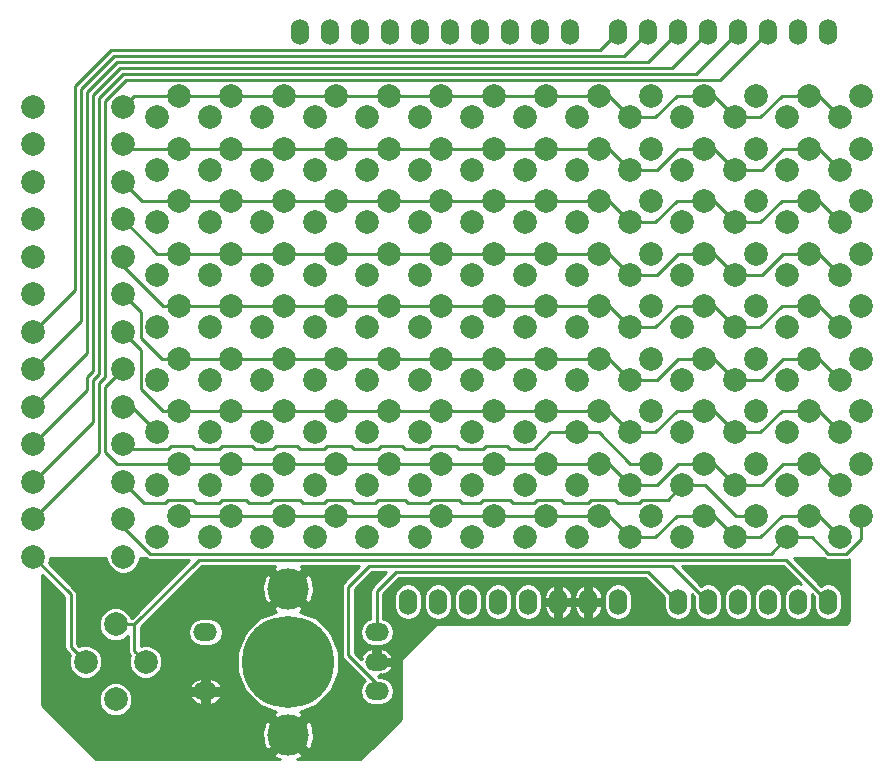
<source format=gbr>
G04 #@! TF.FileFunction,Copper,L1,Top,Signal*
%FSLAX46Y46*%
G04 Gerber Fmt 4.6, Leading zero omitted, Abs format (unit mm)*
G04 Created by KiCad (PCBNEW 4.0.7) date 06/07/18 15:13:04*
%MOMM*%
%LPD*%
G01*
G04 APERTURE LIST*
%ADD10C,0.100000*%
%ADD11C,1.998980*%
%ADD12O,1.524000X2.199640*%
%ADD13O,1.524000X2.197100*%
%ADD14O,1.998980X1.501140*%
%ADD15C,3.500120*%
%ADD16C,7.800000*%
%ADD17C,0.620000*%
%ADD18C,2.000000*%
%ADD19C,0.250000*%
G04 APERTURE END LIST*
D10*
D11*
X124088026Y-122291974D03*
X122291974Y-124088026D03*
X124088026Y-86731974D03*
X122291974Y-88528026D03*
X128533026Y-86731974D03*
X126736974Y-88528026D03*
X132978026Y-86731974D03*
X131181974Y-88528026D03*
X137423026Y-86731974D03*
X135626974Y-88528026D03*
X141868026Y-86731974D03*
X140071974Y-88528026D03*
X146313026Y-86731974D03*
X144516974Y-88528026D03*
X150758026Y-86731974D03*
X148961974Y-88528026D03*
X155203026Y-86731974D03*
X153406974Y-88528026D03*
X159648026Y-86731974D03*
X157851974Y-88528026D03*
X164093026Y-86731974D03*
X162296974Y-88528026D03*
X168538026Y-86731974D03*
X166741974Y-88528026D03*
X172983026Y-86731974D03*
X171186974Y-88528026D03*
X177428026Y-86731974D03*
X175631974Y-88528026D03*
X181873026Y-86731974D03*
X180076974Y-88528026D03*
X124088026Y-91176974D03*
X122291974Y-92973026D03*
X128533026Y-91176974D03*
X126736974Y-92973026D03*
X132978026Y-91176974D03*
X131181974Y-92973026D03*
X137423026Y-91176974D03*
X135626974Y-92973026D03*
X141868026Y-91176974D03*
X140071974Y-92973026D03*
X146313026Y-91176974D03*
X144516974Y-92973026D03*
X150758026Y-91176974D03*
X148961974Y-92973026D03*
X155203026Y-91176974D03*
X153406974Y-92973026D03*
X159648026Y-91176974D03*
X157851974Y-92973026D03*
X164093026Y-91176974D03*
X162296974Y-92973026D03*
X168538026Y-91176974D03*
X166741974Y-92973026D03*
X172983026Y-91176974D03*
X171186974Y-92973026D03*
X177428026Y-91176974D03*
X175631974Y-92973026D03*
X181873026Y-91176974D03*
X180076974Y-92973026D03*
X124088026Y-95621974D03*
X122291974Y-97418026D03*
X128533026Y-95621974D03*
X126736974Y-97418026D03*
X132978026Y-95621974D03*
X131181974Y-97418026D03*
X137423026Y-95621974D03*
X135626974Y-97418026D03*
X141868026Y-95621974D03*
X140071974Y-97418026D03*
X146313026Y-95621974D03*
X144516974Y-97418026D03*
X150758026Y-95621974D03*
X148961974Y-97418026D03*
X155203026Y-95621974D03*
X153406974Y-97418026D03*
X159648026Y-95621974D03*
X157851974Y-97418026D03*
X164093026Y-95621974D03*
X162296974Y-97418026D03*
X168538026Y-95621974D03*
X166741974Y-97418026D03*
X172983026Y-95621974D03*
X171186974Y-97418026D03*
X177428026Y-95621974D03*
X175631974Y-97418026D03*
X181873026Y-95621974D03*
X180076974Y-97418026D03*
X124088026Y-100066974D03*
X122291974Y-101863026D03*
X128533026Y-100066974D03*
X126736974Y-101863026D03*
X132978026Y-100066974D03*
X131181974Y-101863026D03*
X137423026Y-100066974D03*
X135626974Y-101863026D03*
X141868026Y-100066974D03*
X140071974Y-101863026D03*
X146313026Y-100066974D03*
X144516974Y-101863026D03*
X150758026Y-100066974D03*
X148961974Y-101863026D03*
X155203026Y-100066974D03*
X153406974Y-101863026D03*
X159648026Y-100066974D03*
X157851974Y-101863026D03*
X164093026Y-100066974D03*
X162296974Y-101863026D03*
X168538026Y-100066974D03*
X166741974Y-101863026D03*
X172983026Y-100066974D03*
X171186974Y-101863026D03*
X177428026Y-100066974D03*
X175631974Y-101863026D03*
X181873026Y-100066974D03*
X180076974Y-101863026D03*
X124088026Y-104511974D03*
X122291974Y-106308026D03*
X128533026Y-104511974D03*
X126736974Y-106308026D03*
X132978026Y-104511974D03*
X131181974Y-106308026D03*
X137423026Y-104511974D03*
X135626974Y-106308026D03*
X141868026Y-104511974D03*
X140071974Y-106308026D03*
X146313026Y-104511974D03*
X144516974Y-106308026D03*
X150758026Y-104511974D03*
X148961974Y-106308026D03*
X155203026Y-104511974D03*
X153406974Y-106308026D03*
X159648026Y-104511974D03*
X157851974Y-106308026D03*
X164093026Y-104511974D03*
X162296974Y-106308026D03*
X168538026Y-104511974D03*
X166741974Y-106308026D03*
X172983026Y-104511974D03*
X171186974Y-106308026D03*
X177428026Y-104511974D03*
X175631974Y-106308026D03*
X181873026Y-104511974D03*
X180076974Y-106308026D03*
X124088026Y-108956974D03*
X122291974Y-110753026D03*
X128533026Y-108956974D03*
X126736974Y-110753026D03*
X132978026Y-108956974D03*
X131181974Y-110753026D03*
X137423026Y-108956974D03*
X135626974Y-110753026D03*
X141868026Y-108956974D03*
X140071974Y-110753026D03*
X146313026Y-108956974D03*
X144516974Y-110753026D03*
X150758026Y-108956974D03*
X148961974Y-110753026D03*
X155203026Y-108956974D03*
X153406974Y-110753026D03*
X159648026Y-108956974D03*
X157851974Y-110753026D03*
X164093026Y-108956974D03*
X162296974Y-110753026D03*
X168538026Y-108956974D03*
X166741974Y-110753026D03*
X172983026Y-108956974D03*
X171186974Y-110753026D03*
X177428026Y-108956974D03*
X175631974Y-110753026D03*
X181873026Y-108956974D03*
X180076974Y-110753026D03*
X124088026Y-113401974D03*
X122291974Y-115198026D03*
X128533026Y-113401974D03*
X126736974Y-115198026D03*
X132978026Y-113401974D03*
X131181974Y-115198026D03*
X137423026Y-113401974D03*
X135626974Y-115198026D03*
X141868026Y-113401974D03*
X140071974Y-115198026D03*
X146313026Y-113401974D03*
X144516974Y-115198026D03*
X150758026Y-113401974D03*
X148961974Y-115198026D03*
X155203026Y-113401974D03*
X153406974Y-115198026D03*
X159648026Y-113401974D03*
X157851974Y-115198026D03*
X164093026Y-113401974D03*
X162296974Y-115198026D03*
X168538026Y-113401974D03*
X166741974Y-115198026D03*
X172983026Y-113401974D03*
X171186974Y-115198026D03*
X177428026Y-113401974D03*
X175631974Y-115198026D03*
X181873026Y-113401974D03*
X180076974Y-115198026D03*
X124088026Y-117846974D03*
X122291974Y-119643026D03*
X128533026Y-117846974D03*
X126736974Y-119643026D03*
X132978026Y-117846974D03*
X131181974Y-119643026D03*
X137423026Y-117846974D03*
X135626974Y-119643026D03*
X141868026Y-117846974D03*
X140071974Y-119643026D03*
X146313026Y-117846974D03*
X144516974Y-119643026D03*
X150758026Y-117846974D03*
X148961974Y-119643026D03*
X155203026Y-117846974D03*
X153406974Y-119643026D03*
X159648026Y-117846974D03*
X157851974Y-119643026D03*
X164093026Y-117846974D03*
X162296974Y-119643026D03*
X168538026Y-117846974D03*
X166741974Y-119643026D03*
X172983026Y-117846974D03*
X171186974Y-119643026D03*
X177428026Y-117846974D03*
X175631974Y-119643026D03*
X181873026Y-117846974D03*
X180076974Y-119643026D03*
X128533026Y-122291974D03*
X126736974Y-124088026D03*
X132978026Y-122291974D03*
X131181974Y-124088026D03*
X137423026Y-122291974D03*
X135626974Y-124088026D03*
X141868026Y-122291974D03*
X140071974Y-124088026D03*
X146313026Y-122291974D03*
X144516974Y-124088026D03*
X150758026Y-122291974D03*
X148961974Y-124088026D03*
X155203026Y-122291974D03*
X153406974Y-124088026D03*
X159648026Y-122291974D03*
X157851974Y-124088026D03*
X164093026Y-122291974D03*
X162296974Y-124088026D03*
X168538026Y-122291974D03*
X166741974Y-124088026D03*
X172983026Y-122291974D03*
X171186974Y-124088026D03*
X177428026Y-122291974D03*
X175631974Y-124088026D03*
X181873026Y-122291974D03*
X180076974Y-124088026D03*
X119380000Y-125730000D03*
X111760000Y-125730000D03*
X111760000Y-103505000D03*
X119380000Y-103505000D03*
X111760000Y-100330000D03*
X119380000Y-100330000D03*
X111760000Y-97155000D03*
X119380000Y-97155000D03*
X111760000Y-93980000D03*
X119380000Y-93980000D03*
X111760000Y-90805000D03*
X119380000Y-90805000D03*
X111760000Y-87630000D03*
X119380000Y-87630000D03*
X111760000Y-122555000D03*
X119380000Y-122555000D03*
X111760000Y-119380000D03*
X119380000Y-119380000D03*
X111760000Y-116205000D03*
X119380000Y-116205000D03*
X111760000Y-113030000D03*
X119380000Y-113030000D03*
X111760000Y-109855000D03*
X119380000Y-109855000D03*
X111760000Y-106680000D03*
X119380000Y-106680000D03*
D12*
X143510000Y-129540000D03*
X146050000Y-129540000D03*
X148590000Y-129540000D03*
X151130000Y-129540000D03*
X153670000Y-129540000D03*
X156210000Y-129540000D03*
X158750000Y-129540000D03*
X161290000Y-129540000D03*
X166370000Y-129540000D03*
X168910000Y-129540000D03*
X171450000Y-129540000D03*
X173990000Y-129540000D03*
X176530000Y-129540000D03*
X179070000Y-129540000D03*
D13*
X179070000Y-81280000D03*
X176530000Y-81280000D03*
X173990000Y-81280000D03*
X171450000Y-81280000D03*
X168910000Y-81280000D03*
X166370000Y-81280000D03*
X163830000Y-81280000D03*
X161290000Y-81280000D03*
X157226000Y-81280000D03*
X154686000Y-81280000D03*
X152146000Y-81280000D03*
X149606000Y-81280000D03*
X147066000Y-81280000D03*
X144526000Y-81280000D03*
X141986000Y-81280000D03*
X139448540Y-81280000D03*
X136906000Y-81280000D03*
X134366000Y-81280000D03*
D14*
X140850620Y-137119360D03*
X140850620Y-134620000D03*
X140850620Y-132120640D03*
D15*
X133350000Y-140820140D03*
X133350000Y-128419860D03*
D14*
X126349760Y-137119360D03*
X126349760Y-132120640D03*
D16*
X133350000Y-134620000D03*
D17*
X112776000Y-127889000D03*
X113411000Y-126111000D03*
X117221000Y-142621000D03*
X139192000Y-142748000D03*
X127381000Y-126746000D03*
X124333000Y-126238000D03*
X138811000Y-126746000D03*
X141097000Y-127254000D03*
X180594000Y-126365000D03*
X180467000Y-131064000D03*
X174752000Y-126746000D03*
X176784000Y-126111000D03*
X168021000Y-127381000D03*
X169672000Y-126746000D03*
D18*
X118745000Y-131445000D03*
X118745000Y-137795000D03*
X116205000Y-134620000D03*
X121285000Y-134620000D03*
D19*
X111760000Y-125730000D02*
X114935000Y-128905000D01*
X114935000Y-133350000D02*
X116205000Y-134620000D01*
X114935000Y-132715000D02*
X114935000Y-133350000D01*
X114935000Y-128905000D02*
X114935000Y-132715000D01*
X121285000Y-134620000D02*
X120335040Y-133670040D01*
X120335040Y-133670040D02*
X120335040Y-131445000D01*
X125796040Y-125984000D02*
X120335040Y-131445000D01*
X179070000Y-129540000D02*
X175514000Y-125984000D01*
X125796040Y-125984000D02*
X139954000Y-125984000D01*
X139954000Y-125984000D02*
X175514000Y-125984000D01*
X120335040Y-131445000D02*
X118745000Y-131445000D01*
X119380000Y-87630000D02*
X120278026Y-86731974D01*
X120278026Y-86731974D02*
X124088026Y-86731974D01*
X171186974Y-88528026D02*
X173345974Y-88528026D01*
X175142026Y-86731974D02*
X177428026Y-86731974D01*
X173345974Y-88528026D02*
X175142026Y-86731974D01*
X162296974Y-88528026D02*
X164455974Y-88528026D01*
X166252026Y-86731974D02*
X168538026Y-86731974D01*
X164455974Y-88528026D02*
X166252026Y-86731974D01*
X177428026Y-86731974D02*
X178280922Y-86731974D01*
X178280922Y-86731974D02*
X180076974Y-88528026D01*
X168538026Y-86731974D02*
X169390922Y-86731974D01*
X169390922Y-86731974D02*
X171186974Y-88528026D01*
X159648026Y-86731974D02*
X160500922Y-86731974D01*
X160500922Y-86731974D02*
X162296974Y-88528026D01*
X124088026Y-86731974D02*
X128533026Y-86731974D01*
X128533026Y-86731974D02*
X132978026Y-86731974D01*
X132978026Y-86731974D02*
X137423026Y-86731974D01*
X137423026Y-86731974D02*
X141868026Y-86731974D01*
X141868026Y-86731974D02*
X146313026Y-86731974D01*
X146313026Y-86731974D02*
X150758026Y-86731974D01*
X150758026Y-86731974D02*
X155203026Y-86731974D01*
X155203026Y-86731974D02*
X159648026Y-86731974D01*
X128533026Y-122291974D02*
X132978026Y-122291974D01*
X119380000Y-113030000D02*
X120123948Y-113030000D01*
X120123948Y-113030000D02*
X122291974Y-115198026D01*
X171186974Y-124088026D02*
X173345974Y-124088026D01*
X175142026Y-122291974D02*
X177428026Y-122291974D01*
X173345974Y-124088026D02*
X175142026Y-122291974D01*
X162296974Y-124088026D02*
X164455974Y-124088026D01*
X166252026Y-122291974D02*
X168538026Y-122291974D01*
X164455974Y-124088026D02*
X166252026Y-122291974D01*
X122183026Y-119643026D02*
X122291974Y-119643026D01*
X160500922Y-122291974D02*
X162296974Y-124088026D01*
X177428026Y-122291974D02*
X178280922Y-122291974D01*
X178280922Y-122291974D02*
X180076974Y-124088026D01*
X168538026Y-122291974D02*
X169390922Y-122291974D01*
X169390922Y-122291974D02*
X171186974Y-124088026D01*
X159648026Y-122291974D02*
X160500922Y-122291974D01*
X155203026Y-122291974D02*
X159648026Y-122291974D01*
X122291974Y-119643026D02*
X122291974Y-120495922D01*
X124088026Y-122291974D02*
X132978026Y-122291974D01*
X132978026Y-122291974D02*
X137423026Y-122291974D01*
X137423026Y-122291974D02*
X141868026Y-122291974D01*
X141868026Y-122291974D02*
X146313026Y-122291974D01*
X146313026Y-122291974D02*
X150758026Y-122291974D01*
X150758026Y-122291974D02*
X155203026Y-122291974D01*
X119380000Y-109855000D02*
X117856000Y-111379000D01*
X118862974Y-117846974D02*
X124088026Y-117846974D01*
X117856000Y-116840000D02*
X118862974Y-117846974D01*
X117856000Y-111379000D02*
X117856000Y-116840000D01*
X171186974Y-119643026D02*
X173472974Y-119643026D01*
X175269026Y-117846974D02*
X177428026Y-117846974D01*
X173472974Y-119643026D02*
X175269026Y-117846974D01*
X162296974Y-119643026D02*
X164582974Y-119643026D01*
X166379026Y-117846974D02*
X168538026Y-117846974D01*
X164582974Y-119643026D02*
X166379026Y-117846974D01*
X177428026Y-117846974D02*
X178280922Y-117846974D01*
X178280922Y-117846974D02*
X180076974Y-119643026D01*
X168538026Y-117846974D02*
X169390922Y-117846974D01*
X169390922Y-117846974D02*
X171186974Y-119643026D01*
X159648026Y-117846974D02*
X160500922Y-117846974D01*
X160500922Y-117846974D02*
X162296974Y-119643026D01*
X132978026Y-117846974D02*
X137423026Y-117846974D01*
X137423026Y-117846974D02*
X141868026Y-117846974D01*
X141868026Y-117846974D02*
X146313026Y-117846974D01*
X146313026Y-117846974D02*
X150758026Y-117846974D01*
X150758026Y-117846974D02*
X155203026Y-117846974D01*
X155203026Y-117846974D02*
X159648026Y-117846974D01*
X124088026Y-117846974D02*
X128533026Y-117846974D01*
X128533026Y-117846974D02*
X132978026Y-117846974D01*
X119380000Y-106680000D02*
X120904000Y-108204000D01*
X122799974Y-113401974D02*
X124088026Y-113401974D01*
X120904000Y-111506000D02*
X122799974Y-113401974D01*
X120904000Y-108204000D02*
X120904000Y-111506000D01*
X171186974Y-115198026D02*
X173345974Y-115198026D01*
X175142026Y-113401974D02*
X177428026Y-113401974D01*
X173345974Y-115198026D02*
X175142026Y-113401974D01*
X162296974Y-115198026D02*
X164455974Y-115198026D01*
X166252026Y-113401974D02*
X168538026Y-113401974D01*
X164455974Y-115198026D02*
X166252026Y-113401974D01*
X177428026Y-113401974D02*
X178280922Y-113401974D01*
X178280922Y-113401974D02*
X180076974Y-115198026D01*
X168538026Y-113401974D02*
X169390922Y-113401974D01*
X169390922Y-113401974D02*
X171186974Y-115198026D01*
X159648026Y-113401974D02*
X160500922Y-113401974D01*
X160500922Y-113401974D02*
X162296974Y-115198026D01*
X137423026Y-113401974D02*
X141868026Y-113401974D01*
X141868026Y-113401974D02*
X146313026Y-113401974D01*
X146313026Y-113401974D02*
X150758026Y-113401974D01*
X150758026Y-113401974D02*
X155203026Y-113401974D01*
X155203026Y-113401974D02*
X159648026Y-113401974D01*
X124088026Y-113401974D02*
X128533026Y-113401974D01*
X128533026Y-113401974D02*
X132978026Y-113401974D01*
X132978026Y-113401974D02*
X137423026Y-113401974D01*
X122672974Y-108956974D02*
X124088026Y-108956974D01*
X120904000Y-107188000D02*
X122672974Y-108956974D01*
X120904000Y-105029000D02*
X120904000Y-107188000D01*
X119380000Y-103505000D02*
X120904000Y-105029000D01*
X171186974Y-110753026D02*
X173472974Y-110753026D01*
X175269026Y-108956974D02*
X177428026Y-108956974D01*
X173472974Y-110753026D02*
X175269026Y-108956974D01*
X162296974Y-110753026D02*
X164582974Y-110753026D01*
X166379026Y-108956974D02*
X168538026Y-108956974D01*
X164582974Y-110753026D02*
X166379026Y-108956974D01*
X177428026Y-108956974D02*
X178280922Y-108956974D01*
X178280922Y-108956974D02*
X180076974Y-110753026D01*
X168538026Y-108956974D02*
X169390922Y-108956974D01*
X169390922Y-108956974D02*
X171186974Y-110753026D01*
X159648026Y-108956974D02*
X160500922Y-108956974D01*
X160500922Y-108956974D02*
X162296974Y-110753026D01*
X124088026Y-108956974D02*
X128533026Y-108956974D01*
X128533026Y-108956974D02*
X132978026Y-108956974D01*
X132978026Y-108956974D02*
X137423026Y-108956974D01*
X137423026Y-108956974D02*
X141868026Y-108956974D01*
X141868026Y-108956974D02*
X146313026Y-108956974D01*
X146313026Y-108956974D02*
X150758026Y-108956974D01*
X150758026Y-108956974D02*
X155203026Y-108956974D01*
X155203026Y-108956974D02*
X159648026Y-108956974D01*
X119380000Y-100330000D02*
X119380000Y-101092000D01*
X119380000Y-101092000D02*
X122799974Y-104511974D01*
X122799974Y-104511974D02*
X124088026Y-104511974D01*
X171186974Y-106308026D02*
X173345974Y-106308026D01*
X175142026Y-104511974D02*
X177428026Y-104511974D01*
X173345974Y-106308026D02*
X175142026Y-104511974D01*
X162296974Y-106308026D02*
X164455974Y-106308026D01*
X166252026Y-104511974D02*
X168538026Y-104511974D01*
X164455974Y-106308026D02*
X166252026Y-104511974D01*
X177428026Y-104511974D02*
X178280922Y-104511974D01*
X178280922Y-104511974D02*
X180076974Y-106308026D01*
X168538026Y-104511974D02*
X169390922Y-104511974D01*
X169390922Y-104511974D02*
X171186974Y-106308026D01*
X159648026Y-104511974D02*
X160500922Y-104511974D01*
X160500922Y-104511974D02*
X162296974Y-106308026D01*
X155203026Y-104511974D02*
X159648026Y-104511974D01*
X150758026Y-104511974D02*
X155203026Y-104511974D01*
X146313026Y-104511974D02*
X150758026Y-104511974D01*
X141868026Y-104511974D02*
X146313026Y-104511974D01*
X137423026Y-104511974D02*
X141868026Y-104511974D01*
X132978026Y-104511974D02*
X137423026Y-104511974D01*
X124088026Y-104511974D02*
X128533026Y-104511974D01*
X128533026Y-104511974D02*
X132978026Y-104511974D01*
X119380000Y-97155000D02*
X122291974Y-100066974D01*
X122291974Y-100066974D02*
X124088026Y-100066974D01*
X171186974Y-101863026D02*
X173472974Y-101863026D01*
X175269026Y-100066974D02*
X177428026Y-100066974D01*
X173472974Y-101863026D02*
X175269026Y-100066974D01*
X162296974Y-101863026D02*
X164582974Y-101863026D01*
X166379026Y-100066974D02*
X168538026Y-100066974D01*
X164582974Y-101863026D02*
X166379026Y-100066974D01*
X177428026Y-100066974D02*
X178280922Y-100066974D01*
X178280922Y-100066974D02*
X180076974Y-101863026D01*
X168538026Y-100066974D02*
X169390922Y-100066974D01*
X169390922Y-100066974D02*
X171186974Y-101863026D01*
X159648026Y-100066974D02*
X160500922Y-100066974D01*
X160500922Y-100066974D02*
X162296974Y-101863026D01*
X155203026Y-100066974D02*
X159648026Y-100066974D01*
X150758026Y-100066974D02*
X155203026Y-100066974D01*
X146313026Y-100066974D02*
X150758026Y-100066974D01*
X141868026Y-100066974D02*
X146313026Y-100066974D01*
X132978026Y-100066974D02*
X137423026Y-100066974D01*
X137423026Y-100066974D02*
X141868026Y-100066974D01*
X128533026Y-100066974D02*
X132978026Y-100066974D01*
X124088026Y-100066974D02*
X128533026Y-100066974D01*
X119380000Y-93980000D02*
X121021974Y-95621974D01*
X121021974Y-95621974D02*
X124088026Y-95621974D01*
X171186974Y-97418026D02*
X173345974Y-97418026D01*
X175142026Y-95621974D02*
X177428026Y-95621974D01*
X173345974Y-97418026D02*
X175142026Y-95621974D01*
X162296974Y-97418026D02*
X164455974Y-97418026D01*
X166252026Y-95621974D02*
X168538026Y-95621974D01*
X164455974Y-97418026D02*
X166252026Y-95621974D01*
X177428026Y-95621974D02*
X178280922Y-95621974D01*
X178280922Y-95621974D02*
X180076974Y-97418026D01*
X168538026Y-95621974D02*
X169390922Y-95621974D01*
X169390922Y-95621974D02*
X171186974Y-97418026D01*
X159648026Y-95621974D02*
X160500922Y-95621974D01*
X160500922Y-95621974D02*
X162296974Y-97418026D01*
X155203026Y-95621974D02*
X159648026Y-95621974D01*
X150758026Y-95621974D02*
X155203026Y-95621974D01*
X146313026Y-95621974D02*
X150758026Y-95621974D01*
X141868026Y-95621974D02*
X146313026Y-95621974D01*
X137423026Y-95621974D02*
X141868026Y-95621974D01*
X132978026Y-95621974D02*
X137423026Y-95621974D01*
X124088026Y-95621974D02*
X128533026Y-95621974D01*
X128533026Y-95621974D02*
X132978026Y-95621974D01*
X119380000Y-90805000D02*
X119751974Y-91176974D01*
X119751974Y-91176974D02*
X124088026Y-91176974D01*
X171186974Y-92973026D02*
X173472974Y-92973026D01*
X175269026Y-91176974D02*
X177428026Y-91176974D01*
X173472974Y-92973026D02*
X175269026Y-91176974D01*
X162296974Y-92973026D02*
X164582974Y-92973026D01*
X166379026Y-91176974D02*
X168538026Y-91176974D01*
X164582974Y-92973026D02*
X166379026Y-91176974D01*
X177428026Y-91176974D02*
X178280922Y-91176974D01*
X178280922Y-91176974D02*
X180076974Y-92973026D01*
X168538026Y-91176974D02*
X169390922Y-91176974D01*
X169390922Y-91176974D02*
X171186974Y-92973026D01*
X159648026Y-91176974D02*
X160500922Y-91176974D01*
X160500922Y-91176974D02*
X162296974Y-92973026D01*
X155203026Y-91176974D02*
X159648026Y-91176974D01*
X150758026Y-91176974D02*
X155203026Y-91176974D01*
X146313026Y-91176974D02*
X150758026Y-91176974D01*
X141868026Y-91176974D02*
X146313026Y-91176974D01*
X132978026Y-91176974D02*
X137423026Y-91176974D01*
X137423026Y-91176974D02*
X141868026Y-91176974D01*
X128533026Y-91176974D02*
X132978026Y-91176974D01*
X124088026Y-91176974D02*
X128533026Y-91176974D01*
X157851974Y-115198026D02*
X159648026Y-115198026D01*
X162296974Y-117846974D02*
X164093026Y-117846974D01*
X159648026Y-115198026D02*
X162296974Y-117846974D01*
X119380000Y-116205000D02*
X119761000Y-116586000D01*
X119761000Y-116586000D02*
X123190000Y-116586000D01*
X123190000Y-116586000D02*
X123444000Y-116332000D01*
X123444000Y-116332000D02*
X125222000Y-116332000D01*
X125222000Y-116332000D02*
X125476000Y-116586000D01*
X125476000Y-116586000D02*
X127508000Y-116586000D01*
X127508000Y-116586000D02*
X127762000Y-116332000D01*
X127762000Y-116332000D02*
X130302000Y-116332000D01*
X130302000Y-116332000D02*
X130556000Y-116586000D01*
X130556000Y-116586000D02*
X132080000Y-116586000D01*
X132080000Y-116586000D02*
X132334000Y-116332000D01*
X132334000Y-116332000D02*
X134112000Y-116332000D01*
X134112000Y-116332000D02*
X134366000Y-116586000D01*
X134366000Y-116586000D02*
X136398000Y-116586000D01*
X136398000Y-116586000D02*
X136652000Y-116332000D01*
X136652000Y-116332000D02*
X138684000Y-116332000D01*
X138684000Y-116332000D02*
X138938000Y-116586000D01*
X138938000Y-116586000D02*
X140970000Y-116586000D01*
X140970000Y-116586000D02*
X141224000Y-116332000D01*
X141224000Y-116332000D02*
X143002000Y-116332000D01*
X143002000Y-116332000D02*
X143256000Y-116586000D01*
X143256000Y-116586000D02*
X145288000Y-116586000D01*
X145288000Y-116586000D02*
X145542000Y-116332000D01*
X145542000Y-116332000D02*
X147574000Y-116332000D01*
X147574000Y-116332000D02*
X147828000Y-116586000D01*
X147828000Y-116586000D02*
X149860000Y-116586000D01*
X149860000Y-116586000D02*
X150114000Y-116332000D01*
X150114000Y-116332000D02*
X151843028Y-116332000D01*
X151843028Y-116332000D02*
X152097028Y-116586000D01*
X152097028Y-116586000D02*
X154178000Y-116586000D01*
X154178000Y-116586000D02*
X155565974Y-115198026D01*
X155565974Y-115198026D02*
X157851974Y-115198026D01*
X166741974Y-119643026D02*
X168665026Y-119643026D01*
X171313974Y-122291974D02*
X172983026Y-122291974D01*
X168665026Y-119643026D02*
X171313974Y-122291974D01*
X135890000Y-121158000D02*
X136398000Y-121158000D01*
X122936000Y-121158000D02*
X123190000Y-120904000D01*
X123190000Y-120904000D02*
X125300028Y-120904000D01*
X125300028Y-120904000D02*
X125554028Y-121158000D01*
X125554028Y-121158000D02*
X127508000Y-121158000D01*
X127508000Y-121158000D02*
X127762000Y-120904000D01*
X127762000Y-120904000D02*
X129794000Y-120904000D01*
X129794000Y-120904000D02*
X130048000Y-121158000D01*
X130048000Y-121158000D02*
X131826000Y-121158000D01*
X131826000Y-121158000D02*
X132080000Y-120904000D01*
X132080000Y-120904000D02*
X134366000Y-120904000D01*
X134366000Y-120904000D02*
X134620000Y-121158000D01*
X134620000Y-121158000D02*
X135890000Y-121158000D01*
X119380000Y-119380000D02*
X121158000Y-121158000D01*
X121158000Y-121158000D02*
X122936000Y-121158000D01*
X165481000Y-120904000D02*
X166741974Y-119643026D01*
X163322000Y-120904000D02*
X165481000Y-120904000D01*
X163068000Y-121158000D02*
X163322000Y-120904000D01*
X161290000Y-121158000D02*
X163068000Y-121158000D01*
X161036000Y-120904000D02*
X161290000Y-121158000D01*
X159004000Y-120904000D02*
X161036000Y-120904000D01*
X158750000Y-121158000D02*
X159004000Y-120904000D01*
X156718000Y-121158000D02*
X158750000Y-121158000D01*
X156464000Y-120904000D02*
X156718000Y-121158000D01*
X154432000Y-120904000D02*
X156464000Y-120904000D01*
X154178000Y-121158000D02*
X154432000Y-120904000D01*
X152400000Y-121158000D02*
X154178000Y-121158000D01*
X152146000Y-120904000D02*
X152400000Y-121158000D01*
X149860000Y-120904000D02*
X152146000Y-120904000D01*
X149606000Y-121158000D02*
X149860000Y-120904000D01*
X148082000Y-121158000D02*
X149606000Y-121158000D01*
X147828000Y-120904000D02*
X148082000Y-121158000D01*
X145542000Y-120904000D02*
X147828000Y-120904000D01*
X145288000Y-121158000D02*
X145542000Y-120904000D01*
X143510000Y-121158000D02*
X145288000Y-121158000D01*
X143256000Y-120904000D02*
X143510000Y-121158000D01*
X140970000Y-120904000D02*
X143256000Y-120904000D01*
X140716000Y-121158000D02*
X140970000Y-120904000D01*
X138938000Y-121158000D02*
X140716000Y-121158000D01*
X138684000Y-120904000D02*
X138938000Y-121158000D01*
X136652000Y-120904000D02*
X138684000Y-120904000D01*
X136398000Y-121158000D02*
X136652000Y-120904000D01*
X175631974Y-124088026D02*
X177682026Y-124088026D01*
X181873026Y-124196974D02*
X181873026Y-122291974D01*
X180594000Y-125476000D02*
X181873026Y-124196974D01*
X179070000Y-125476000D02*
X180594000Y-125476000D01*
X177682026Y-124088026D02*
X179070000Y-125476000D01*
X119380000Y-122555000D02*
X119380000Y-123190000D01*
X119380000Y-123190000D02*
X121666000Y-125476000D01*
X121666000Y-125476000D02*
X174244000Y-125476000D01*
X174244000Y-125476000D02*
X175631974Y-124088026D01*
X166370000Y-129540000D02*
X163830000Y-127000000D01*
X140850620Y-128643380D02*
X140850620Y-131485640D01*
X142494000Y-127000000D02*
X140850620Y-128643380D01*
X163830000Y-127000000D02*
X142494000Y-127000000D01*
X168910000Y-129540000D02*
X165862000Y-126492000D01*
X138430000Y-134063740D02*
X140850620Y-136484360D01*
X138430000Y-128270000D02*
X138430000Y-134063740D01*
X140208000Y-126492000D02*
X138430000Y-128270000D01*
X165862000Y-126492000D02*
X140208000Y-126492000D01*
X173990000Y-81280000D02*
X169926000Y-85344000D01*
X111760000Y-122555000D02*
X117348000Y-116967000D01*
X119634000Y-85344000D02*
X169926000Y-85344000D01*
X117856000Y-87122000D02*
X119634000Y-85344000D01*
X117856000Y-110490000D02*
X117856000Y-87122000D01*
X117348000Y-110998000D02*
X117856000Y-110490000D01*
X117348000Y-116967000D02*
X117348000Y-110998000D01*
X171450000Y-81280000D02*
X167894000Y-84836000D01*
X117348000Y-86868000D02*
X119380000Y-84836000D01*
X116840000Y-114300000D02*
X116840000Y-110801998D01*
X116840000Y-110801998D02*
X117348000Y-110293998D01*
X117348000Y-110293998D02*
X117348000Y-86868000D01*
X111760000Y-119380000D02*
X116840000Y-114300000D01*
X119380000Y-84836000D02*
X167894000Y-84836000D01*
X168910000Y-81280000D02*
X165862000Y-84328000D01*
X116840000Y-86614000D02*
X119126000Y-84328000D01*
X116332000Y-111633000D02*
X116332000Y-110547998D01*
X116332000Y-110547998D02*
X116840000Y-110039998D01*
X116840000Y-110039998D02*
X116840000Y-86614000D01*
X111760000Y-116205000D02*
X116332000Y-111633000D01*
X119126000Y-84328000D02*
X165862000Y-84328000D01*
X166370000Y-81280000D02*
X163830000Y-83820000D01*
X116332000Y-86360000D02*
X118872000Y-83820000D01*
X116332000Y-108458000D02*
X116332000Y-86360000D01*
X111760000Y-113030000D02*
X116332000Y-108458000D01*
X118872000Y-83820000D02*
X163830000Y-83820000D01*
X163830000Y-81280000D02*
X161798000Y-83312000D01*
X115824000Y-86106000D02*
X118618000Y-83312000D01*
X115824000Y-105791000D02*
X115824000Y-86106000D01*
X111760000Y-109855000D02*
X115824000Y-105791000D01*
X118618000Y-83312000D02*
X161798000Y-83312000D01*
X161290000Y-81280000D02*
X159766000Y-82804000D01*
X115316000Y-85852000D02*
X118364000Y-82804000D01*
X115316000Y-103124000D02*
X115316000Y-85852000D01*
X111760000Y-106680000D02*
X115316000Y-103124000D01*
X118364000Y-82804000D02*
X159766000Y-82804000D01*
G36*
X117955264Y-126012105D02*
X118171672Y-126535854D01*
X118572038Y-126936919D01*
X119095408Y-127154242D01*
X119662105Y-127154736D01*
X120185854Y-126938328D01*
X120586919Y-126537962D01*
X120804242Y-126014592D01*
X120804381Y-125855000D01*
X121267182Y-125855000D01*
X121277091Y-125864909D01*
X121455524Y-125984134D01*
X121666000Y-126026000D01*
X124976222Y-126026000D01*
X120107222Y-130895000D01*
X120059596Y-130895000D01*
X119953760Y-130638857D01*
X119553251Y-130237649D01*
X119029693Y-130020248D01*
X118462794Y-130019754D01*
X117938857Y-130236240D01*
X117537649Y-130636749D01*
X117320248Y-131160307D01*
X117319754Y-131727206D01*
X117536240Y-132251143D01*
X117936749Y-132652351D01*
X118460307Y-132869752D01*
X119027206Y-132870246D01*
X119551143Y-132653760D01*
X119785040Y-132420271D01*
X119785040Y-133670040D01*
X119826906Y-133880516D01*
X119946131Y-134058949D01*
X119966531Y-134079349D01*
X119860248Y-134335307D01*
X119859754Y-134902206D01*
X120076240Y-135426143D01*
X120476749Y-135827351D01*
X121000307Y-136044752D01*
X121567206Y-136045246D01*
X122091143Y-135828760D01*
X122443996Y-135476521D01*
X129024251Y-135476521D01*
X129681305Y-137066715D01*
X130896885Y-138284419D01*
X132302993Y-138868286D01*
X132279026Y-138878213D01*
X132064171Y-139145402D01*
X133350000Y-140431231D01*
X134635829Y-139145402D01*
X134420974Y-138878213D01*
X134392142Y-138869052D01*
X135796715Y-138288695D01*
X137014419Y-137073115D01*
X137674248Y-135484070D01*
X137675749Y-133763479D01*
X137018695Y-132173285D01*
X135803115Y-130955581D01*
X134397007Y-130371714D01*
X134420974Y-130361787D01*
X134635829Y-130094598D01*
X133350000Y-128808769D01*
X132064171Y-130094598D01*
X132279026Y-130361787D01*
X132307858Y-130370948D01*
X130903285Y-130951305D01*
X129685581Y-132166885D01*
X129025752Y-133755930D01*
X129024251Y-135476521D01*
X122443996Y-135476521D01*
X122492351Y-135428251D01*
X122709752Y-134904693D01*
X122710246Y-134337794D01*
X122493760Y-133813857D01*
X122093251Y-133412649D01*
X121569693Y-133195248D01*
X121002794Y-133194754D01*
X120885040Y-133243409D01*
X120885040Y-132120640D01*
X124897363Y-132120640D01*
X124986848Y-132570511D01*
X125241679Y-132951894D01*
X125623062Y-133206725D01*
X126072933Y-133296210D01*
X126626587Y-133296210D01*
X127076458Y-133206725D01*
X127457841Y-132951894D01*
X127712672Y-132570511D01*
X127802157Y-132120640D01*
X127712672Y-131670769D01*
X127457841Y-131289386D01*
X127076458Y-131034555D01*
X126626587Y-130945070D01*
X126072933Y-130945070D01*
X125623062Y-131034555D01*
X125241679Y-131289386D01*
X124986848Y-131670769D01*
X124897363Y-132120640D01*
X120885040Y-132120640D01*
X120885040Y-131672818D01*
X124384305Y-128173553D01*
X131146049Y-128173553D01*
X131219557Y-129035717D01*
X131408073Y-129490834D01*
X131675262Y-129705689D01*
X132961091Y-128419860D01*
X133738909Y-128419860D01*
X135024738Y-129705689D01*
X135291927Y-129490834D01*
X135553951Y-128666167D01*
X135480443Y-127804003D01*
X135291927Y-127348886D01*
X135024738Y-127134031D01*
X133738909Y-128419860D01*
X132961091Y-128419860D01*
X131675262Y-127134031D01*
X131408073Y-127348886D01*
X131146049Y-128173553D01*
X124384305Y-128173553D01*
X126023858Y-126534000D01*
X132233941Y-126534000D01*
X132064171Y-126745122D01*
X133350000Y-128030951D01*
X134635829Y-126745122D01*
X134466059Y-126534000D01*
X139388182Y-126534000D01*
X138041091Y-127881091D01*
X137921866Y-128059524D01*
X137880000Y-128270000D01*
X137880000Y-134063740D01*
X137921866Y-134274216D01*
X138041091Y-134452649D01*
X139822872Y-136234429D01*
X139742539Y-136288106D01*
X139487708Y-136669489D01*
X139398223Y-137119360D01*
X139487708Y-137569231D01*
X139742539Y-137950614D01*
X140123922Y-138205445D01*
X140573793Y-138294930D01*
X141127447Y-138294930D01*
X141577318Y-138205445D01*
X141958701Y-137950614D01*
X142213532Y-137569231D01*
X142303017Y-137119360D01*
X142213532Y-136669489D01*
X141958701Y-136288106D01*
X141577318Y-136033275D01*
X141127447Y-135943790D01*
X141087867Y-135943790D01*
X140939647Y-135795570D01*
X141125622Y-135795570D01*
X141125622Y-135686269D01*
X141308721Y-135774003D01*
X141734416Y-135606110D01*
X142063457Y-135288090D01*
X142185401Y-135070411D01*
X142132894Y-134895000D01*
X141125620Y-134895000D01*
X141125620Y-134915000D01*
X140575620Y-134915000D01*
X140575620Y-134895000D01*
X140555620Y-134895000D01*
X140555620Y-134345000D01*
X140575620Y-134345000D01*
X140575620Y-133553732D01*
X141125620Y-133553732D01*
X141125620Y-134345000D01*
X142132894Y-134345000D01*
X142185401Y-134169589D01*
X142063457Y-133951910D01*
X141734416Y-133633890D01*
X141308721Y-133465997D01*
X141125620Y-133553732D01*
X140575620Y-133553732D01*
X140392519Y-133465997D01*
X139966824Y-133633890D01*
X139637783Y-133951910D01*
X139515839Y-134169589D01*
X139568345Y-134344998D01*
X139489076Y-134344998D01*
X138980000Y-133835922D01*
X138980000Y-128497818D01*
X140435818Y-127042000D01*
X141674182Y-127042000D01*
X140461711Y-128254471D01*
X140342486Y-128432904D01*
X140300620Y-128643380D01*
X140300620Y-130999408D01*
X140123922Y-131034555D01*
X139742539Y-131289386D01*
X139487708Y-131670769D01*
X139398223Y-132120640D01*
X139487708Y-132570511D01*
X139742539Y-132951894D01*
X140123922Y-133206725D01*
X140573793Y-133296210D01*
X141127447Y-133296210D01*
X141577318Y-133206725D01*
X141958701Y-132951894D01*
X142213532Y-132570511D01*
X142303017Y-132120640D01*
X142213532Y-131670769D01*
X141958701Y-131289386D01*
X141577318Y-131034555D01*
X141400620Y-130999408D01*
X141400620Y-129172307D01*
X142323000Y-129172307D01*
X142323000Y-129907693D01*
X142413355Y-130361938D01*
X142670664Y-130747029D01*
X143055755Y-131004338D01*
X143510000Y-131094693D01*
X143964245Y-131004338D01*
X144349336Y-130747029D01*
X144606645Y-130361938D01*
X144697000Y-129907693D01*
X144697000Y-129172307D01*
X144863000Y-129172307D01*
X144863000Y-129907693D01*
X144953355Y-130361938D01*
X145210664Y-130747029D01*
X145595755Y-131004338D01*
X146050000Y-131094693D01*
X146504245Y-131004338D01*
X146889336Y-130747029D01*
X147146645Y-130361938D01*
X147237000Y-129907693D01*
X147237000Y-129172307D01*
X147403000Y-129172307D01*
X147403000Y-129907693D01*
X147493355Y-130361938D01*
X147750664Y-130747029D01*
X148135755Y-131004338D01*
X148590000Y-131094693D01*
X149044245Y-131004338D01*
X149429336Y-130747029D01*
X149686645Y-130361938D01*
X149777000Y-129907693D01*
X149777000Y-129172307D01*
X149943000Y-129172307D01*
X149943000Y-129907693D01*
X150033355Y-130361938D01*
X150290664Y-130747029D01*
X150675755Y-131004338D01*
X151130000Y-131094693D01*
X151584245Y-131004338D01*
X151969336Y-130747029D01*
X152226645Y-130361938D01*
X152317000Y-129907693D01*
X152317000Y-129172307D01*
X152483000Y-129172307D01*
X152483000Y-129907693D01*
X152573355Y-130361938D01*
X152830664Y-130747029D01*
X153215755Y-131004338D01*
X153670000Y-131094693D01*
X154124245Y-131004338D01*
X154509336Y-130747029D01*
X154766645Y-130361938D01*
X154838122Y-130002595D01*
X155020627Y-130002595D01*
X155158912Y-130448250D01*
X155457215Y-130807063D01*
X155757750Y-130975289D01*
X155935000Y-130922997D01*
X155935000Y-129815000D01*
X156485000Y-129815000D01*
X156485000Y-130922997D01*
X156662250Y-130975289D01*
X156962785Y-130807063D01*
X157261088Y-130448250D01*
X157399373Y-130002595D01*
X157560627Y-130002595D01*
X157698912Y-130448250D01*
X157997215Y-130807063D01*
X158297750Y-130975289D01*
X158475000Y-130922997D01*
X158475000Y-129815000D01*
X159025000Y-129815000D01*
X159025000Y-130922997D01*
X159202250Y-130975289D01*
X159502785Y-130807063D01*
X159801088Y-130448250D01*
X159939373Y-130002595D01*
X159837999Y-129815000D01*
X159025000Y-129815000D01*
X158475000Y-129815000D01*
X157662001Y-129815000D01*
X157560627Y-130002595D01*
X157399373Y-130002595D01*
X157297999Y-129815000D01*
X156485000Y-129815000D01*
X155935000Y-129815000D01*
X155122001Y-129815000D01*
X155020627Y-130002595D01*
X154838122Y-130002595D01*
X154857000Y-129907693D01*
X154857000Y-129172307D01*
X154838123Y-129077405D01*
X155020627Y-129077405D01*
X155122001Y-129265000D01*
X155935000Y-129265000D01*
X155935000Y-128157003D01*
X156485000Y-128157003D01*
X156485000Y-129265000D01*
X157297999Y-129265000D01*
X157399373Y-129077405D01*
X157560627Y-129077405D01*
X157662001Y-129265000D01*
X158475000Y-129265000D01*
X158475000Y-128157003D01*
X159025000Y-128157003D01*
X159025000Y-129265000D01*
X159837999Y-129265000D01*
X159888089Y-129172307D01*
X160103000Y-129172307D01*
X160103000Y-129907693D01*
X160193355Y-130361938D01*
X160450664Y-130747029D01*
X160835755Y-131004338D01*
X161290000Y-131094693D01*
X161744245Y-131004338D01*
X162129336Y-130747029D01*
X162386645Y-130361938D01*
X162477000Y-129907693D01*
X162477000Y-129172307D01*
X162386645Y-128718062D01*
X162129336Y-128332971D01*
X161744245Y-128075662D01*
X161290000Y-127985307D01*
X160835755Y-128075662D01*
X160450664Y-128332971D01*
X160193355Y-128718062D01*
X160103000Y-129172307D01*
X159888089Y-129172307D01*
X159939373Y-129077405D01*
X159801088Y-128631750D01*
X159502785Y-128272937D01*
X159202250Y-128104711D01*
X159025000Y-128157003D01*
X158475000Y-128157003D01*
X158297750Y-128104711D01*
X157997215Y-128272937D01*
X157698912Y-128631750D01*
X157560627Y-129077405D01*
X157399373Y-129077405D01*
X157261088Y-128631750D01*
X156962785Y-128272937D01*
X156662250Y-128104711D01*
X156485000Y-128157003D01*
X155935000Y-128157003D01*
X155757750Y-128104711D01*
X155457215Y-128272937D01*
X155158912Y-128631750D01*
X155020627Y-129077405D01*
X154838123Y-129077405D01*
X154766645Y-128718062D01*
X154509336Y-128332971D01*
X154124245Y-128075662D01*
X153670000Y-127985307D01*
X153215755Y-128075662D01*
X152830664Y-128332971D01*
X152573355Y-128718062D01*
X152483000Y-129172307D01*
X152317000Y-129172307D01*
X152226645Y-128718062D01*
X151969336Y-128332971D01*
X151584245Y-128075662D01*
X151130000Y-127985307D01*
X150675755Y-128075662D01*
X150290664Y-128332971D01*
X150033355Y-128718062D01*
X149943000Y-129172307D01*
X149777000Y-129172307D01*
X149686645Y-128718062D01*
X149429336Y-128332971D01*
X149044245Y-128075662D01*
X148590000Y-127985307D01*
X148135755Y-128075662D01*
X147750664Y-128332971D01*
X147493355Y-128718062D01*
X147403000Y-129172307D01*
X147237000Y-129172307D01*
X147146645Y-128718062D01*
X146889336Y-128332971D01*
X146504245Y-128075662D01*
X146050000Y-127985307D01*
X145595755Y-128075662D01*
X145210664Y-128332971D01*
X144953355Y-128718062D01*
X144863000Y-129172307D01*
X144697000Y-129172307D01*
X144606645Y-128718062D01*
X144349336Y-128332971D01*
X143964245Y-128075662D01*
X143510000Y-127985307D01*
X143055755Y-128075662D01*
X142670664Y-128332971D01*
X142413355Y-128718062D01*
X142323000Y-129172307D01*
X141400620Y-129172307D01*
X141400620Y-128871198D01*
X142721818Y-127550000D01*
X163602182Y-127550000D01*
X165189884Y-129137701D01*
X165183000Y-129172307D01*
X165183000Y-129907693D01*
X165273355Y-130361938D01*
X165530664Y-130747029D01*
X165915755Y-131004338D01*
X166370000Y-131094693D01*
X166824245Y-131004338D01*
X167209336Y-130747029D01*
X167466645Y-130361938D01*
X167557000Y-129907693D01*
X167557000Y-129172307D01*
X167505480Y-128913298D01*
X167729883Y-129137701D01*
X167723000Y-129172307D01*
X167723000Y-129907693D01*
X167813355Y-130361938D01*
X168070664Y-130747029D01*
X168455755Y-131004338D01*
X168910000Y-131094693D01*
X169364245Y-131004338D01*
X169749336Y-130747029D01*
X170006645Y-130361938D01*
X170097000Y-129907693D01*
X170097000Y-129172307D01*
X170263000Y-129172307D01*
X170263000Y-129907693D01*
X170353355Y-130361938D01*
X170610664Y-130747029D01*
X170995755Y-131004338D01*
X171450000Y-131094693D01*
X171904245Y-131004338D01*
X172289336Y-130747029D01*
X172546645Y-130361938D01*
X172637000Y-129907693D01*
X172637000Y-129172307D01*
X172803000Y-129172307D01*
X172803000Y-129907693D01*
X172893355Y-130361938D01*
X173150664Y-130747029D01*
X173535755Y-131004338D01*
X173990000Y-131094693D01*
X174444245Y-131004338D01*
X174829336Y-130747029D01*
X175086645Y-130361938D01*
X175177000Y-129907693D01*
X175177000Y-129172307D01*
X175086645Y-128718062D01*
X174829336Y-128332971D01*
X174444245Y-128075662D01*
X173990000Y-127985307D01*
X173535755Y-128075662D01*
X173150664Y-128332971D01*
X172893355Y-128718062D01*
X172803000Y-129172307D01*
X172637000Y-129172307D01*
X172546645Y-128718062D01*
X172289336Y-128332971D01*
X171904245Y-128075662D01*
X171450000Y-127985307D01*
X170995755Y-128075662D01*
X170610664Y-128332971D01*
X170353355Y-128718062D01*
X170263000Y-129172307D01*
X170097000Y-129172307D01*
X170006645Y-128718062D01*
X169749336Y-128332971D01*
X169364245Y-128075662D01*
X168910000Y-127985307D01*
X168455755Y-128075662D01*
X168316516Y-128168698D01*
X166681818Y-126534000D01*
X175286182Y-126534000D01*
X176789010Y-128036827D01*
X176530000Y-127985307D01*
X176075755Y-128075662D01*
X175690664Y-128332971D01*
X175433355Y-128718062D01*
X175343000Y-129172307D01*
X175343000Y-129907693D01*
X175433355Y-130361938D01*
X175690664Y-130747029D01*
X176075755Y-131004338D01*
X176530000Y-131094693D01*
X176984245Y-131004338D01*
X177369336Y-130747029D01*
X177626645Y-130361938D01*
X177717000Y-129907693D01*
X177717000Y-129172307D01*
X177665480Y-128913297D01*
X177889884Y-129137701D01*
X177883000Y-129172307D01*
X177883000Y-129907693D01*
X177973355Y-130361938D01*
X178230664Y-130747029D01*
X178615755Y-131004338D01*
X179070000Y-131094693D01*
X179524245Y-131004338D01*
X179909336Y-130747029D01*
X180166645Y-130361938D01*
X180257000Y-129907693D01*
X180257000Y-129172307D01*
X180166645Y-128718062D01*
X179909336Y-128332971D01*
X179524245Y-128075662D01*
X179070000Y-127985307D01*
X178615755Y-128075662D01*
X178476516Y-128168698D01*
X176162818Y-125855000D01*
X178671183Y-125855000D01*
X178681089Y-125864906D01*
X178681091Y-125864909D01*
X178796466Y-125942000D01*
X178859524Y-125984134D01*
X179070000Y-126026001D01*
X179070005Y-126026000D01*
X180594000Y-126026000D01*
X180804476Y-125984134D01*
X180850000Y-125953716D01*
X180850000Y-131180876D01*
X180794275Y-131264275D01*
X180585851Y-131403539D01*
X180279380Y-131464500D01*
X146050000Y-131464500D01*
X145814458Y-131511352D01*
X145614775Y-131644776D01*
X143074776Y-134184776D01*
X142941352Y-134384458D01*
X142894500Y-134620000D01*
X142894500Y-139445051D01*
X140534776Y-141804776D01*
X139445052Y-142894500D01*
X134101253Y-142894500D01*
X134420974Y-142762067D01*
X134635829Y-142494878D01*
X133350000Y-141209049D01*
X132064171Y-142494878D01*
X132279026Y-142762067D01*
X132695832Y-142894500D01*
X117094948Y-142894500D01*
X114774281Y-140573833D01*
X131146049Y-140573833D01*
X131219557Y-141435997D01*
X131408073Y-141891114D01*
X131675262Y-142105969D01*
X132961091Y-140820140D01*
X133738909Y-140820140D01*
X135024738Y-142105969D01*
X135291927Y-141891114D01*
X135553951Y-141066447D01*
X135480443Y-140204283D01*
X135291927Y-139749166D01*
X135024738Y-139534311D01*
X133738909Y-140820140D01*
X132961091Y-140820140D01*
X131675262Y-139534311D01*
X131408073Y-139749166D01*
X131146049Y-140573833D01*
X114774281Y-140573833D01*
X112520000Y-138319552D01*
X112520000Y-138077206D01*
X117319754Y-138077206D01*
X117536240Y-138601143D01*
X117936749Y-139002351D01*
X118460307Y-139219752D01*
X119027206Y-139220246D01*
X119551143Y-139003760D01*
X119952351Y-138603251D01*
X120169752Y-138079693D01*
X120170196Y-137569771D01*
X125014979Y-137569771D01*
X125136923Y-137787450D01*
X125465964Y-138105470D01*
X125891659Y-138273363D01*
X126074760Y-138185628D01*
X126074760Y-137394360D01*
X126624760Y-137394360D01*
X126624760Y-138185628D01*
X126807861Y-138273363D01*
X127233556Y-138105470D01*
X127562597Y-137787450D01*
X127684541Y-137569771D01*
X127632034Y-137394360D01*
X126624760Y-137394360D01*
X126074760Y-137394360D01*
X125067486Y-137394360D01*
X125014979Y-137569771D01*
X120170196Y-137569771D01*
X120170246Y-137512794D01*
X119953760Y-136988857D01*
X119634410Y-136668949D01*
X125014979Y-136668949D01*
X125067486Y-136844360D01*
X126074760Y-136844360D01*
X126074760Y-136053092D01*
X126624760Y-136053092D01*
X126624760Y-136844360D01*
X127632034Y-136844360D01*
X127684541Y-136668949D01*
X127562597Y-136451270D01*
X127233556Y-136133250D01*
X126807861Y-135965357D01*
X126624760Y-136053092D01*
X126074760Y-136053092D01*
X125891659Y-135965357D01*
X125465964Y-136133250D01*
X125136923Y-136451270D01*
X125014979Y-136668949D01*
X119634410Y-136668949D01*
X119553251Y-136587649D01*
X119029693Y-136370248D01*
X118462794Y-136369754D01*
X117938857Y-136586240D01*
X117537649Y-136986749D01*
X117320248Y-137510307D01*
X117319754Y-138077206D01*
X112520000Y-138077206D01*
X112520000Y-127267818D01*
X114385000Y-129132818D01*
X114385000Y-133350000D01*
X114426866Y-133560476D01*
X114546091Y-133738909D01*
X114886531Y-134079349D01*
X114780248Y-134335307D01*
X114779754Y-134902206D01*
X114996240Y-135426143D01*
X115396749Y-135827351D01*
X115920307Y-136044752D01*
X116487206Y-136045246D01*
X117011143Y-135828760D01*
X117412351Y-135428251D01*
X117629752Y-134904693D01*
X117630246Y-134337794D01*
X117413760Y-133813857D01*
X117013251Y-133412649D01*
X116489693Y-133195248D01*
X115922794Y-133194754D01*
X115664356Y-133301538D01*
X115485000Y-133122182D01*
X115485000Y-128905000D01*
X115443134Y-128694524D01*
X115323909Y-128516091D01*
X113078079Y-126270261D01*
X113184242Y-126014592D01*
X113184381Y-125855000D01*
X117955401Y-125855000D01*
X117955264Y-126012105D01*
X117955264Y-126012105D01*
G37*
X117955264Y-126012105D02*
X118171672Y-126535854D01*
X118572038Y-126936919D01*
X119095408Y-127154242D01*
X119662105Y-127154736D01*
X120185854Y-126938328D01*
X120586919Y-126537962D01*
X120804242Y-126014592D01*
X120804381Y-125855000D01*
X121267182Y-125855000D01*
X121277091Y-125864909D01*
X121455524Y-125984134D01*
X121666000Y-126026000D01*
X124976222Y-126026000D01*
X120107222Y-130895000D01*
X120059596Y-130895000D01*
X119953760Y-130638857D01*
X119553251Y-130237649D01*
X119029693Y-130020248D01*
X118462794Y-130019754D01*
X117938857Y-130236240D01*
X117537649Y-130636749D01*
X117320248Y-131160307D01*
X117319754Y-131727206D01*
X117536240Y-132251143D01*
X117936749Y-132652351D01*
X118460307Y-132869752D01*
X119027206Y-132870246D01*
X119551143Y-132653760D01*
X119785040Y-132420271D01*
X119785040Y-133670040D01*
X119826906Y-133880516D01*
X119946131Y-134058949D01*
X119966531Y-134079349D01*
X119860248Y-134335307D01*
X119859754Y-134902206D01*
X120076240Y-135426143D01*
X120476749Y-135827351D01*
X121000307Y-136044752D01*
X121567206Y-136045246D01*
X122091143Y-135828760D01*
X122443996Y-135476521D01*
X129024251Y-135476521D01*
X129681305Y-137066715D01*
X130896885Y-138284419D01*
X132302993Y-138868286D01*
X132279026Y-138878213D01*
X132064171Y-139145402D01*
X133350000Y-140431231D01*
X134635829Y-139145402D01*
X134420974Y-138878213D01*
X134392142Y-138869052D01*
X135796715Y-138288695D01*
X137014419Y-137073115D01*
X137674248Y-135484070D01*
X137675749Y-133763479D01*
X137018695Y-132173285D01*
X135803115Y-130955581D01*
X134397007Y-130371714D01*
X134420974Y-130361787D01*
X134635829Y-130094598D01*
X133350000Y-128808769D01*
X132064171Y-130094598D01*
X132279026Y-130361787D01*
X132307858Y-130370948D01*
X130903285Y-130951305D01*
X129685581Y-132166885D01*
X129025752Y-133755930D01*
X129024251Y-135476521D01*
X122443996Y-135476521D01*
X122492351Y-135428251D01*
X122709752Y-134904693D01*
X122710246Y-134337794D01*
X122493760Y-133813857D01*
X122093251Y-133412649D01*
X121569693Y-133195248D01*
X121002794Y-133194754D01*
X120885040Y-133243409D01*
X120885040Y-132120640D01*
X124897363Y-132120640D01*
X124986848Y-132570511D01*
X125241679Y-132951894D01*
X125623062Y-133206725D01*
X126072933Y-133296210D01*
X126626587Y-133296210D01*
X127076458Y-133206725D01*
X127457841Y-132951894D01*
X127712672Y-132570511D01*
X127802157Y-132120640D01*
X127712672Y-131670769D01*
X127457841Y-131289386D01*
X127076458Y-131034555D01*
X126626587Y-130945070D01*
X126072933Y-130945070D01*
X125623062Y-131034555D01*
X125241679Y-131289386D01*
X124986848Y-131670769D01*
X124897363Y-132120640D01*
X120885040Y-132120640D01*
X120885040Y-131672818D01*
X124384305Y-128173553D01*
X131146049Y-128173553D01*
X131219557Y-129035717D01*
X131408073Y-129490834D01*
X131675262Y-129705689D01*
X132961091Y-128419860D01*
X133738909Y-128419860D01*
X135024738Y-129705689D01*
X135291927Y-129490834D01*
X135553951Y-128666167D01*
X135480443Y-127804003D01*
X135291927Y-127348886D01*
X135024738Y-127134031D01*
X133738909Y-128419860D01*
X132961091Y-128419860D01*
X131675262Y-127134031D01*
X131408073Y-127348886D01*
X131146049Y-128173553D01*
X124384305Y-128173553D01*
X126023858Y-126534000D01*
X132233941Y-126534000D01*
X132064171Y-126745122D01*
X133350000Y-128030951D01*
X134635829Y-126745122D01*
X134466059Y-126534000D01*
X139388182Y-126534000D01*
X138041091Y-127881091D01*
X137921866Y-128059524D01*
X137880000Y-128270000D01*
X137880000Y-134063740D01*
X137921866Y-134274216D01*
X138041091Y-134452649D01*
X139822872Y-136234429D01*
X139742539Y-136288106D01*
X139487708Y-136669489D01*
X139398223Y-137119360D01*
X139487708Y-137569231D01*
X139742539Y-137950614D01*
X140123922Y-138205445D01*
X140573793Y-138294930D01*
X141127447Y-138294930D01*
X141577318Y-138205445D01*
X141958701Y-137950614D01*
X142213532Y-137569231D01*
X142303017Y-137119360D01*
X142213532Y-136669489D01*
X141958701Y-136288106D01*
X141577318Y-136033275D01*
X141127447Y-135943790D01*
X141087867Y-135943790D01*
X140939647Y-135795570D01*
X141125622Y-135795570D01*
X141125622Y-135686269D01*
X141308721Y-135774003D01*
X141734416Y-135606110D01*
X142063457Y-135288090D01*
X142185401Y-135070411D01*
X142132894Y-134895000D01*
X141125620Y-134895000D01*
X141125620Y-134915000D01*
X140575620Y-134915000D01*
X140575620Y-134895000D01*
X140555620Y-134895000D01*
X140555620Y-134345000D01*
X140575620Y-134345000D01*
X140575620Y-133553732D01*
X141125620Y-133553732D01*
X141125620Y-134345000D01*
X142132894Y-134345000D01*
X142185401Y-134169589D01*
X142063457Y-133951910D01*
X141734416Y-133633890D01*
X141308721Y-133465997D01*
X141125620Y-133553732D01*
X140575620Y-133553732D01*
X140392519Y-133465997D01*
X139966824Y-133633890D01*
X139637783Y-133951910D01*
X139515839Y-134169589D01*
X139568345Y-134344998D01*
X139489076Y-134344998D01*
X138980000Y-133835922D01*
X138980000Y-128497818D01*
X140435818Y-127042000D01*
X141674182Y-127042000D01*
X140461711Y-128254471D01*
X140342486Y-128432904D01*
X140300620Y-128643380D01*
X140300620Y-130999408D01*
X140123922Y-131034555D01*
X139742539Y-131289386D01*
X139487708Y-131670769D01*
X139398223Y-132120640D01*
X139487708Y-132570511D01*
X139742539Y-132951894D01*
X140123922Y-133206725D01*
X140573793Y-133296210D01*
X141127447Y-133296210D01*
X141577318Y-133206725D01*
X141958701Y-132951894D01*
X142213532Y-132570511D01*
X142303017Y-132120640D01*
X142213532Y-131670769D01*
X141958701Y-131289386D01*
X141577318Y-131034555D01*
X141400620Y-130999408D01*
X141400620Y-129172307D01*
X142323000Y-129172307D01*
X142323000Y-129907693D01*
X142413355Y-130361938D01*
X142670664Y-130747029D01*
X143055755Y-131004338D01*
X143510000Y-131094693D01*
X143964245Y-131004338D01*
X144349336Y-130747029D01*
X144606645Y-130361938D01*
X144697000Y-129907693D01*
X144697000Y-129172307D01*
X144863000Y-129172307D01*
X144863000Y-129907693D01*
X144953355Y-130361938D01*
X145210664Y-130747029D01*
X145595755Y-131004338D01*
X146050000Y-131094693D01*
X146504245Y-131004338D01*
X146889336Y-130747029D01*
X147146645Y-130361938D01*
X147237000Y-129907693D01*
X147237000Y-129172307D01*
X147403000Y-129172307D01*
X147403000Y-129907693D01*
X147493355Y-130361938D01*
X147750664Y-130747029D01*
X148135755Y-131004338D01*
X148590000Y-131094693D01*
X149044245Y-131004338D01*
X149429336Y-130747029D01*
X149686645Y-130361938D01*
X149777000Y-129907693D01*
X149777000Y-129172307D01*
X149943000Y-129172307D01*
X149943000Y-129907693D01*
X150033355Y-130361938D01*
X150290664Y-130747029D01*
X150675755Y-131004338D01*
X151130000Y-131094693D01*
X151584245Y-131004338D01*
X151969336Y-130747029D01*
X152226645Y-130361938D01*
X152317000Y-129907693D01*
X152317000Y-129172307D01*
X152483000Y-129172307D01*
X152483000Y-129907693D01*
X152573355Y-130361938D01*
X152830664Y-130747029D01*
X153215755Y-131004338D01*
X153670000Y-131094693D01*
X154124245Y-131004338D01*
X154509336Y-130747029D01*
X154766645Y-130361938D01*
X154838122Y-130002595D01*
X155020627Y-130002595D01*
X155158912Y-130448250D01*
X155457215Y-130807063D01*
X155757750Y-130975289D01*
X155935000Y-130922997D01*
X155935000Y-129815000D01*
X156485000Y-129815000D01*
X156485000Y-130922997D01*
X156662250Y-130975289D01*
X156962785Y-130807063D01*
X157261088Y-130448250D01*
X157399373Y-130002595D01*
X157560627Y-130002595D01*
X157698912Y-130448250D01*
X157997215Y-130807063D01*
X158297750Y-130975289D01*
X158475000Y-130922997D01*
X158475000Y-129815000D01*
X159025000Y-129815000D01*
X159025000Y-130922997D01*
X159202250Y-130975289D01*
X159502785Y-130807063D01*
X159801088Y-130448250D01*
X159939373Y-130002595D01*
X159837999Y-129815000D01*
X159025000Y-129815000D01*
X158475000Y-129815000D01*
X157662001Y-129815000D01*
X157560627Y-130002595D01*
X157399373Y-130002595D01*
X157297999Y-129815000D01*
X156485000Y-129815000D01*
X155935000Y-129815000D01*
X155122001Y-129815000D01*
X155020627Y-130002595D01*
X154838122Y-130002595D01*
X154857000Y-129907693D01*
X154857000Y-129172307D01*
X154838123Y-129077405D01*
X155020627Y-129077405D01*
X155122001Y-129265000D01*
X155935000Y-129265000D01*
X155935000Y-128157003D01*
X156485000Y-128157003D01*
X156485000Y-129265000D01*
X157297999Y-129265000D01*
X157399373Y-129077405D01*
X157560627Y-129077405D01*
X157662001Y-129265000D01*
X158475000Y-129265000D01*
X158475000Y-128157003D01*
X159025000Y-128157003D01*
X159025000Y-129265000D01*
X159837999Y-129265000D01*
X159888089Y-129172307D01*
X160103000Y-129172307D01*
X160103000Y-129907693D01*
X160193355Y-130361938D01*
X160450664Y-130747029D01*
X160835755Y-131004338D01*
X161290000Y-131094693D01*
X161744245Y-131004338D01*
X162129336Y-130747029D01*
X162386645Y-130361938D01*
X162477000Y-129907693D01*
X162477000Y-129172307D01*
X162386645Y-128718062D01*
X162129336Y-128332971D01*
X161744245Y-128075662D01*
X161290000Y-127985307D01*
X160835755Y-128075662D01*
X160450664Y-128332971D01*
X160193355Y-128718062D01*
X160103000Y-129172307D01*
X159888089Y-129172307D01*
X159939373Y-129077405D01*
X159801088Y-128631750D01*
X159502785Y-128272937D01*
X159202250Y-128104711D01*
X159025000Y-128157003D01*
X158475000Y-128157003D01*
X158297750Y-128104711D01*
X157997215Y-128272937D01*
X157698912Y-128631750D01*
X157560627Y-129077405D01*
X157399373Y-129077405D01*
X157261088Y-128631750D01*
X156962785Y-128272937D01*
X156662250Y-128104711D01*
X156485000Y-128157003D01*
X155935000Y-128157003D01*
X155757750Y-128104711D01*
X155457215Y-128272937D01*
X155158912Y-128631750D01*
X155020627Y-129077405D01*
X154838123Y-129077405D01*
X154766645Y-128718062D01*
X154509336Y-128332971D01*
X154124245Y-128075662D01*
X153670000Y-127985307D01*
X153215755Y-128075662D01*
X152830664Y-128332971D01*
X152573355Y-128718062D01*
X152483000Y-129172307D01*
X152317000Y-129172307D01*
X152226645Y-128718062D01*
X151969336Y-128332971D01*
X151584245Y-128075662D01*
X151130000Y-127985307D01*
X150675755Y-128075662D01*
X150290664Y-128332971D01*
X150033355Y-128718062D01*
X149943000Y-129172307D01*
X149777000Y-129172307D01*
X149686645Y-128718062D01*
X149429336Y-128332971D01*
X149044245Y-128075662D01*
X148590000Y-127985307D01*
X148135755Y-128075662D01*
X147750664Y-128332971D01*
X147493355Y-128718062D01*
X147403000Y-129172307D01*
X147237000Y-129172307D01*
X147146645Y-128718062D01*
X146889336Y-128332971D01*
X146504245Y-128075662D01*
X146050000Y-127985307D01*
X145595755Y-128075662D01*
X145210664Y-128332971D01*
X144953355Y-128718062D01*
X144863000Y-129172307D01*
X144697000Y-129172307D01*
X144606645Y-128718062D01*
X144349336Y-128332971D01*
X143964245Y-128075662D01*
X143510000Y-127985307D01*
X143055755Y-128075662D01*
X142670664Y-128332971D01*
X142413355Y-128718062D01*
X142323000Y-129172307D01*
X141400620Y-129172307D01*
X141400620Y-128871198D01*
X142721818Y-127550000D01*
X163602182Y-127550000D01*
X165189884Y-129137701D01*
X165183000Y-129172307D01*
X165183000Y-129907693D01*
X165273355Y-130361938D01*
X165530664Y-130747029D01*
X165915755Y-131004338D01*
X166370000Y-131094693D01*
X166824245Y-131004338D01*
X167209336Y-130747029D01*
X167466645Y-130361938D01*
X167557000Y-129907693D01*
X167557000Y-129172307D01*
X167505480Y-128913298D01*
X167729883Y-129137701D01*
X167723000Y-129172307D01*
X167723000Y-129907693D01*
X167813355Y-130361938D01*
X168070664Y-130747029D01*
X168455755Y-131004338D01*
X168910000Y-131094693D01*
X169364245Y-131004338D01*
X169749336Y-130747029D01*
X170006645Y-130361938D01*
X170097000Y-129907693D01*
X170097000Y-129172307D01*
X170263000Y-129172307D01*
X170263000Y-129907693D01*
X170353355Y-130361938D01*
X170610664Y-130747029D01*
X170995755Y-131004338D01*
X171450000Y-131094693D01*
X171904245Y-131004338D01*
X172289336Y-130747029D01*
X172546645Y-130361938D01*
X172637000Y-129907693D01*
X172637000Y-129172307D01*
X172803000Y-129172307D01*
X172803000Y-129907693D01*
X172893355Y-130361938D01*
X173150664Y-130747029D01*
X173535755Y-131004338D01*
X173990000Y-131094693D01*
X174444245Y-131004338D01*
X174829336Y-130747029D01*
X175086645Y-130361938D01*
X175177000Y-129907693D01*
X175177000Y-129172307D01*
X175086645Y-128718062D01*
X174829336Y-128332971D01*
X174444245Y-128075662D01*
X173990000Y-127985307D01*
X173535755Y-128075662D01*
X173150664Y-128332971D01*
X172893355Y-128718062D01*
X172803000Y-129172307D01*
X172637000Y-129172307D01*
X172546645Y-128718062D01*
X172289336Y-128332971D01*
X171904245Y-128075662D01*
X171450000Y-127985307D01*
X170995755Y-128075662D01*
X170610664Y-128332971D01*
X170353355Y-128718062D01*
X170263000Y-129172307D01*
X170097000Y-129172307D01*
X170006645Y-128718062D01*
X169749336Y-128332971D01*
X169364245Y-128075662D01*
X168910000Y-127985307D01*
X168455755Y-128075662D01*
X168316516Y-128168698D01*
X166681818Y-126534000D01*
X175286182Y-126534000D01*
X176789010Y-128036827D01*
X176530000Y-127985307D01*
X176075755Y-128075662D01*
X175690664Y-128332971D01*
X175433355Y-128718062D01*
X175343000Y-129172307D01*
X175343000Y-129907693D01*
X175433355Y-130361938D01*
X175690664Y-130747029D01*
X176075755Y-131004338D01*
X176530000Y-131094693D01*
X176984245Y-131004338D01*
X177369336Y-130747029D01*
X177626645Y-130361938D01*
X177717000Y-129907693D01*
X177717000Y-129172307D01*
X177665480Y-128913297D01*
X177889884Y-129137701D01*
X177883000Y-129172307D01*
X177883000Y-129907693D01*
X177973355Y-130361938D01*
X178230664Y-130747029D01*
X178615755Y-131004338D01*
X179070000Y-131094693D01*
X179524245Y-131004338D01*
X179909336Y-130747029D01*
X180166645Y-130361938D01*
X180257000Y-129907693D01*
X180257000Y-129172307D01*
X180166645Y-128718062D01*
X179909336Y-128332971D01*
X179524245Y-128075662D01*
X179070000Y-127985307D01*
X178615755Y-128075662D01*
X178476516Y-128168698D01*
X176162818Y-125855000D01*
X178671183Y-125855000D01*
X178681089Y-125864906D01*
X178681091Y-125864909D01*
X178796466Y-125942000D01*
X178859524Y-125984134D01*
X179070000Y-126026001D01*
X179070005Y-126026000D01*
X180594000Y-126026000D01*
X180804476Y-125984134D01*
X180850000Y-125953716D01*
X180850000Y-131180876D01*
X180794275Y-131264275D01*
X180585851Y-131403539D01*
X180279380Y-131464500D01*
X146050000Y-131464500D01*
X145814458Y-131511352D01*
X145614775Y-131644776D01*
X143074776Y-134184776D01*
X142941352Y-134384458D01*
X142894500Y-134620000D01*
X142894500Y-139445051D01*
X140534776Y-141804776D01*
X139445052Y-142894500D01*
X134101253Y-142894500D01*
X134420974Y-142762067D01*
X134635829Y-142494878D01*
X133350000Y-141209049D01*
X132064171Y-142494878D01*
X132279026Y-142762067D01*
X132695832Y-142894500D01*
X117094948Y-142894500D01*
X114774281Y-140573833D01*
X131146049Y-140573833D01*
X131219557Y-141435997D01*
X131408073Y-141891114D01*
X131675262Y-142105969D01*
X132961091Y-140820140D01*
X133738909Y-140820140D01*
X135024738Y-142105969D01*
X135291927Y-141891114D01*
X135553951Y-141066447D01*
X135480443Y-140204283D01*
X135291927Y-139749166D01*
X135024738Y-139534311D01*
X133738909Y-140820140D01*
X132961091Y-140820140D01*
X131675262Y-139534311D01*
X131408073Y-139749166D01*
X131146049Y-140573833D01*
X114774281Y-140573833D01*
X112520000Y-138319552D01*
X112520000Y-138077206D01*
X117319754Y-138077206D01*
X117536240Y-138601143D01*
X117936749Y-139002351D01*
X118460307Y-139219752D01*
X119027206Y-139220246D01*
X119551143Y-139003760D01*
X119952351Y-138603251D01*
X120169752Y-138079693D01*
X120170196Y-137569771D01*
X125014979Y-137569771D01*
X125136923Y-137787450D01*
X125465964Y-138105470D01*
X125891659Y-138273363D01*
X126074760Y-138185628D01*
X126074760Y-137394360D01*
X126624760Y-137394360D01*
X126624760Y-138185628D01*
X126807861Y-138273363D01*
X127233556Y-138105470D01*
X127562597Y-137787450D01*
X127684541Y-137569771D01*
X127632034Y-137394360D01*
X126624760Y-137394360D01*
X126074760Y-137394360D01*
X125067486Y-137394360D01*
X125014979Y-137569771D01*
X120170196Y-137569771D01*
X120170246Y-137512794D01*
X119953760Y-136988857D01*
X119634410Y-136668949D01*
X125014979Y-136668949D01*
X125067486Y-136844360D01*
X126074760Y-136844360D01*
X126074760Y-136053092D01*
X126624760Y-136053092D01*
X126624760Y-136844360D01*
X127632034Y-136844360D01*
X127684541Y-136668949D01*
X127562597Y-136451270D01*
X127233556Y-136133250D01*
X126807861Y-135965357D01*
X126624760Y-136053092D01*
X126074760Y-136053092D01*
X125891659Y-135965357D01*
X125465964Y-136133250D01*
X125136923Y-136451270D01*
X125014979Y-136668949D01*
X119634410Y-136668949D01*
X119553251Y-136587649D01*
X119029693Y-136370248D01*
X118462794Y-136369754D01*
X117938857Y-136586240D01*
X117537649Y-136986749D01*
X117320248Y-137510307D01*
X117319754Y-138077206D01*
X112520000Y-138077206D01*
X112520000Y-127267818D01*
X114385000Y-129132818D01*
X114385000Y-133350000D01*
X114426866Y-133560476D01*
X114546091Y-133738909D01*
X114886531Y-134079349D01*
X114780248Y-134335307D01*
X114779754Y-134902206D01*
X114996240Y-135426143D01*
X115396749Y-135827351D01*
X115920307Y-136044752D01*
X116487206Y-136045246D01*
X117011143Y-135828760D01*
X117412351Y-135428251D01*
X117629752Y-134904693D01*
X117630246Y-134337794D01*
X117413760Y-133813857D01*
X117013251Y-133412649D01*
X116489693Y-133195248D01*
X115922794Y-133194754D01*
X115664356Y-133301538D01*
X115485000Y-133122182D01*
X115485000Y-128905000D01*
X115443134Y-128694524D01*
X115323909Y-128516091D01*
X113078079Y-126270261D01*
X113184242Y-126014592D01*
X113184381Y-125855000D01*
X117955401Y-125855000D01*
X117955264Y-126012105D01*
M02*

</source>
